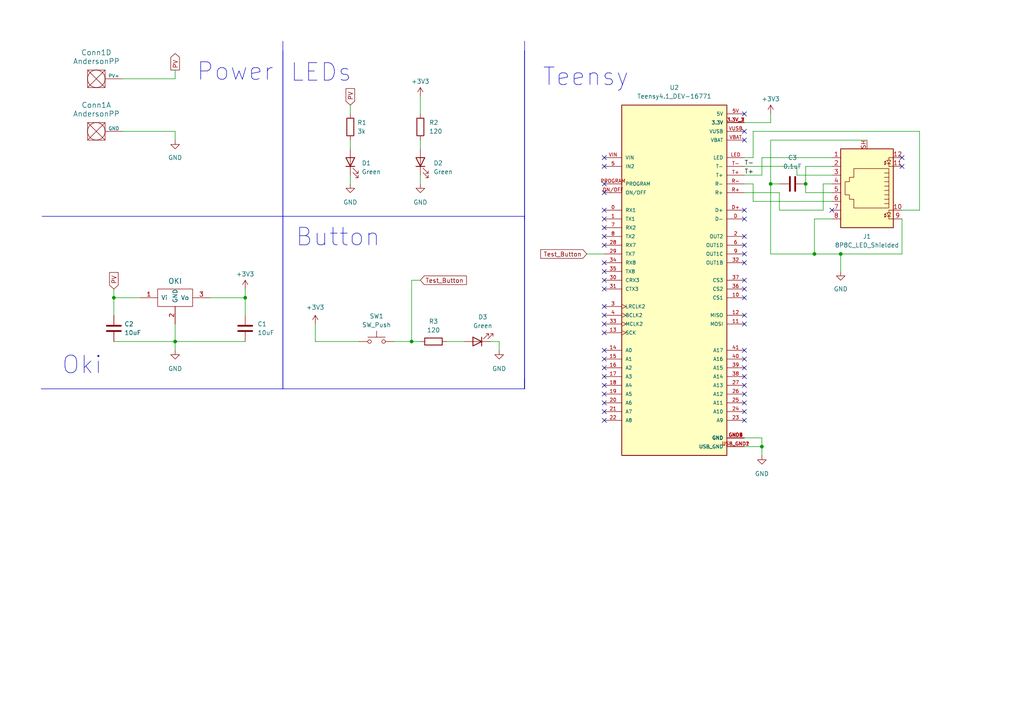
<source format=kicad_sch>
(kicad_sch (version 20230121) (generator eeschema)
  (paper "A4")
  (lib_symbols
    (symbol "Connector:8P8C_LED_Shielded" (pin_names (offset 1.016))
      (property "Reference" "J" (at -5.08 13.97 0))
      (property "Value" "8P8C_LED_Shielded" (at 1.27 13.97 0))
      (symbol "8P8C_LED_Shielded_0_1"
        (polyline (pts (xy -7.62 -7.62) (xy -6.35 -7.62)))
        (polyline (pts (xy -7.62 -5.08) (xy -6.35 -5.08)))
        (polyline (pts (xy -7.62 7.62) (xy -6.35 7.62)))
        (polyline (pts (xy -7.62 10.16) (xy -6.35 10.16)))
        (polyline (pts (xy -6.858 -5.842) (xy -5.842 -5.842)))
        (polyline (pts (xy -6.858 9.398) (xy -5.842 9.398)))
        (polyline (pts (xy -6.35 -7.62) (xy -6.35 -6.858)))
        (polyline (pts (xy -6.35 -5.08) (xy -6.35 -5.842)))
        (polyline (pts (xy -6.35 7.62) (xy -6.35 8.382)))
        (polyline (pts (xy -6.35 10.16) (xy -6.35 9.398)))
        (polyline (pts (xy -5.08 -6.223) (xy -5.207 -6.604)))
        (polyline (pts (xy -5.08 -5.588) (xy -5.207 -5.969)))
        (polyline (pts (xy -5.08 4.445) (xy -6.35 4.445)))
        (polyline (pts (xy -5.08 5.715) (xy -6.35 5.715)))
        (polyline (pts (xy -5.08 9.017) (xy -5.207 8.636)))
        (polyline (pts (xy -5.08 9.652) (xy -5.207 9.271)))
        (polyline (pts (xy -6.35 -3.175) (xy -5.08 -3.175) (xy -5.08 -3.175)))
        (polyline (pts (xy -6.35 -1.905) (xy -5.08 -1.905) (xy -5.08 -1.905)))
        (polyline (pts (xy -6.35 -0.635) (xy -5.08 -0.635) (xy -5.08 -0.635)))
        (polyline (pts (xy -6.35 0.635) (xy -5.08 0.635) (xy -5.08 0.635)))
        (polyline (pts (xy -6.35 1.905) (xy -5.08 1.905) (xy -5.08 1.905)))
        (polyline (pts (xy -5.588 -6.731) (xy -5.08 -6.223) (xy -5.461 -6.35)))
        (polyline (pts (xy -5.588 -6.096) (xy -5.08 -5.588) (xy -5.461 -5.715)))
        (polyline (pts (xy -5.588 8.509) (xy -5.08 9.017) (xy -5.461 8.89)))
        (polyline (pts (xy -5.588 9.144) (xy -5.08 9.652) (xy -5.461 9.525)))
        (polyline (pts (xy -5.08 3.175) (xy -6.35 3.175) (xy -6.35 3.175)))
        (polyline (pts (xy -6.35 -5.842) (xy -6.858 -6.858) (xy -5.842 -6.858) (xy -6.35 -5.842)))
        (polyline (pts (xy -6.35 9.398) (xy -6.858 8.382) (xy -5.842 8.382) (xy -6.35 9.398)))
        (polyline (pts (xy -6.35 -4.445) (xy -6.35 6.985) (xy 3.81 6.985) (xy 3.81 4.445) (xy 5.08 4.445) (xy 5.08 3.175) (xy 6.35 3.175) (xy 6.35 -0.635) (xy 5.08 -0.635) (xy 5.08 -1.905) (xy 3.81 -1.905) (xy 3.81 -4.445) (xy -6.35 -4.445) (xy -6.35 -4.445)))
        (rectangle (start 7.62 12.7) (end -7.62 -10.16) (stroke (width 0.254)) (fill (type background)))
      )
      (symbol "8P8C_LED_Shielded_1_1"
        (pin passive line (at 10.16 -7.62 180) (length 2.54) (name "~") (number "1"))
        (pin passive line (at -10.16 7.62 0) (length 2.54) (name "~") (number "10"))
        (pin passive line (at -10.16 -5.08 0) (length 2.54) (name "~") (number "11"))
        (pin passive line (at -10.16 -7.62 0) (length 2.54) (name "~") (number "12"))
        (pin passive line (at 10.16 -5.08 180) (length 2.54) (name "~") (number "2"))
        (pin passive line (at 10.16 -2.54 180) (length 2.54) (name "~") (number "3"))
        (pin passive line (at 10.16 0 180) (length 2.54) (name "~") (number "4"))
        (pin passive line (at 10.16 2.54 180) (length 2.54) (name "~") (number "5"))
        (pin passive line (at 10.16 5.08 180) (length 2.54) (name "~") (number "6"))
        (pin passive line (at 10.16 7.62 180) (length 2.54) (name "~") (number "7"))
        (pin passive line (at 10.16 10.16 180) (length 2.54) (name "~") (number "8"))
        (pin passive line (at -10.16 10.16 0) (length 2.54) (name "~") (number "9"))
        (pin passive line (at 0 -12.7 90) (length 2.54) (name "~") (number "SH"))
      )
    )
    (symbol "Device:C" (pin_numbers hide) (pin_names (offset 0.254))
      (property "Reference" "C" (at 0.635 2.54 0))
      (property "Value" "C" (at 0.635 -2.54 0))
      (symbol "C_0_1"
        (polyline (pts (xy -2.032 -0.762) (xy 2.032 -0.762)) (stroke (width 0.508)))
        (polyline (pts (xy -2.032 0.762) (xy 2.032 0.762)) (stroke (width 0.508)))
      )
      (symbol "C_1_1"
        (pin passive line (at 0 3.81 270) (length 2.794) (name "~") (number "1"))
        (pin passive line (at 0 -3.81 90) (length 2.794) (name "~") (number "2"))
      )
    )
    (symbol "Device:LED" (pin_numbers hide) (pin_names (offset 1.016) hide)
      (property "Reference" "D" (at 0 2.54 0))
      (property "Value" "LED" (at 0 -2.54 0))
      (symbol "LED_0_1"
        (polyline (pts (xy -1.27 -1.27) (xy -1.27 1.27)) (stroke (width 0.254)))
        (polyline (pts (xy -1.27 0) (xy 1.27 0)))
        (polyline (pts (xy 1.27 -1.27) (xy 1.27 1.27) (xy -1.27 0) (xy 1.27 -1.27)) (stroke (width 0.254)))
        (polyline (pts (xy -3.048 -0.762) (xy -4.572 -2.286) (xy -3.81 -2.286) (xy -4.572 -2.286) (xy -4.572 -1.524)))
        (polyline (pts (xy -1.778 -0.762) (xy -3.302 -2.286) (xy -2.54 -2.286) (xy -3.302 -2.286) (xy -3.302 -1.524)))
      )
      (symbol "LED_1_1"
        (pin passive line (at -3.81 0 0) (length 2.54) (name "K") (number "1"))
        (pin passive line (at 3.81 0 180) (length 2.54) (name "A") (number "2"))
      )
    )
    (symbol "Device:R" (pin_numbers hide) (pin_names (offset 0))
      (property "Reference" "R" (at 2.032 0 90))
      (property "Value" "R" (at 0 0 90))
      (symbol "R_0_1"
        (rectangle (start -1.016 -2.54) (end 1.016 2.54) (stroke (width 0.254)))
      )
      (symbol "R_1_1"
        (pin passive line (at 0 3.81 270) (length 1.27) (name "~") (number "1"))
        (pin passive line (at 0 -3.81 90) (length 1.27) (name "~") (number "2"))
      )
    )
    (symbol "MRDT_Connectors:AndersonPP" (pin_numbers hide) (pin_names (offset 0))
      (property "Reference" "Conn" (at 3.81 -1.27 0))
      (property "Value" "AndersonPP" (at 2.54 6.35 0))
      (symbol "AndersonPP_0_1"
        (polyline (pts (xy 0 5.08) (xy 5.08 0)))
        (polyline (pts (xy 5.08 5.08) (xy 0 0)))
        (rectangle (start 0 0) (end 5.08 5.08))
        (circle (center 2.54 2.54) (radius 2.54))
      )
      (symbol "AndersonPP_1_1"
        (pin input line (at 10.16 2.54 180) (length 5.08) (name "GND") (number "1"))
      )
      (symbol "AndersonPP_2_1"
        (pin input line (at 10.16 2.54 180) (length 5.08) (name "V+Log") (number "2"))
      )
      (symbol "AndersonPP_3_1"
        (pin input line (at 10.16 2.54 180) (length 5.08) (name "V+Act") (number "3"))
      )
      (symbol "AndersonPP_4_1"
        (pin input line (at 10.16 2.54 180) (length 5.08) (name "PV+") (number "4"))
      )
      (symbol "AndersonPP_5_1"
        (pin input line (at 10.16 2.54 180) (length 5.08) (name "~") (number "1"))
      )
    )
    (symbol "MRDT_Devices:OKI" (pin_names (offset 1.016))
      (property "Value" "OKI" (at 5.08 6.35 0))
      (symbol "OKI_0_1"
        (rectangle (start 0 0) (end 10.16 5.08))
      )
      (symbol "OKI_1_1"
        (pin input line (at -5.08 2.54 0) (length 5.08) (name "Vi") (number "1"))
        (pin output line (at 5.08 -5.08 90) (length 5.08) (name "GND") (number "2"))
        (pin output line (at 15.24 2.54 180) (length 5.08) (name "Vo") (number "3"))
      )
    )
    (symbol "MRDT_Shields:Teensy4.1_DEV-16771" (pin_names (offset 1.016))
      (property "Reference" "U" (at -15.24 52.07 0))
      (property "Value" "Teensy4.1_DEV-16771" (at -15.24 -53.34 0))
      (symbol "Teensy4.1_DEV-16771_0_0"
        (rectangle (start -15.24 -50.8) (end 15.24 50.8) (stroke (width 0.254)) (fill (type background)))
        (pin bidirectional line (at -20.32 20.32 0) (length 5.08) (name "RX1") (number "0"))
        (pin bidirectional line (at -20.32 17.78 0) (length 5.08) (name "TX1") (number "1"))
        (pin bidirectional line (at 20.32 -5.08 180) (length 5.08) (name "CS1") (number "10"))
        (pin bidirectional line (at 20.32 -12.7 180) (length 5.08) (name "MOSI") (number "11"))
        (pin bidirectional line (at 20.32 -10.16 180) (length 5.08) (name "MISO") (number "12"))
        (pin bidirectional clock (at -20.32 -15.24 0) (length 5.08) (name "SCK") (number "13"))
        (pin bidirectional line (at -20.32 -20.32 0) (length 5.08) (name "A0") (number "14"))
        (pin bidirectional line (at -20.32 -22.86 0) (length 5.08) (name "A1") (number "15"))
        (pin bidirectional line (at -20.32 -25.4 0) (length 5.08) (name "A2") (number "16"))
        (pin bidirectional line (at -20.32 -27.94 0) (length 5.08) (name "A3") (number "17"))
        (pin bidirectional line (at -20.32 -30.48 0) (length 5.08) (name "A4") (number "18"))
        (pin bidirectional line (at -20.32 -33.02 0) (length 5.08) (name "A5") (number "19"))
        (pin output line (at 20.32 12.7 180) (length 5.08) (name "OUT2") (number "2"))
        (pin bidirectional line (at -20.32 -35.56 0) (length 5.08) (name "A6") (number "20"))
        (pin bidirectional line (at -20.32 -38.1 0) (length 5.08) (name "A7") (number "21"))
        (pin bidirectional line (at -20.32 -40.64 0) (length 5.08) (name "A8") (number "22"))
        (pin bidirectional line (at 20.32 -40.64 180) (length 5.08) (name "A9") (number "23"))
        (pin bidirectional line (at 20.32 -38.1 180) (length 5.08) (name "A10") (number "24"))
        (pin bidirectional line (at 20.32 -35.56 180) (length 5.08) (name "A11") (number "25"))
        (pin bidirectional line (at 20.32 -33.02 180) (length 5.08) (name "A12") (number "26"))
        (pin bidirectional line (at 20.32 -30.48 180) (length 5.08) (name "A13") (number "27"))
        (pin bidirectional line (at -20.32 10.16 0) (length 5.08) (name "RX7") (number "28"))
        (pin bidirectional line (at -20.32 7.62 0) (length 5.08) (name "TX7") (number "29"))
        (pin bidirectional clock (at -20.32 -7.62 0) (length 5.08) (name "LRCLK2") (number "3"))
        (pin power_in line (at 20.32 45.72 180) (length 5.08) (name "3.3V") (number "3.3V_1"))
        (pin power_in line (at 20.32 45.72 180) (length 5.08) (name "3.3V") (number "3.3V_2"))
        (pin power_in line (at 20.32 45.72 180) (length 5.08) (name "3.3V") (number "3.3V_3"))
        (pin bidirectional line (at -20.32 0 0) (length 5.08) (name "CRX3") (number "30"))
        (pin bidirectional line (at -20.32 -2.54 0) (length 5.08) (name "CTX3") (number "31"))
        (pin output line (at 20.32 5.08 180) (length 5.08) (name "OUT1B") (number "32"))
        (pin bidirectional clock (at -20.32 -12.7 0) (length 5.08) (name "MCLK2") (number "33"))
        (pin bidirectional line (at -20.32 5.08 0) (length 5.08) (name "RX8") (number "34"))
        (pin bidirectional line (at -20.32 2.54 0) (length 5.08) (name "TX8") (number "35"))
        (pin bidirectional line (at 20.32 -2.54 180) (length 5.08) (name "CS2") (number "36"))
        (pin bidirectional line (at 20.32 0 180) (length 5.08) (name "CS3") (number "37"))
        (pin bidirectional line (at 20.32 -27.94 180) (length 5.08) (name "A14") (number "38"))
        (pin bidirectional line (at 20.32 -25.4 180) (length 5.08) (name "A15") (number "39"))
        (pin bidirectional clock (at -20.32 -10.16 0) (length 5.08) (name "BCLK2") (number "4"))
        (pin bidirectional line (at 20.32 -22.86 180) (length 5.08) (name "A16") (number "40"))
        (pin bidirectional line (at 20.32 -20.32 180) (length 5.08) (name "A17") (number "41"))
        (pin bidirectional line (at -20.32 33.02 0) (length 5.08) (name "IN2") (number "5"))
        (pin power_in line (at 20.32 48.26 180) (length 5.08) (name "5V") (number "5V"))
        (pin output line (at 20.32 10.16 180) (length 5.08) (name "OUT1D") (number "6"))
        (pin bidirectional line (at -20.32 15.24 0) (length 5.08) (name "RX2") (number "7"))
        (pin bidirectional line (at -20.32 12.7 0) (length 5.08) (name "TX2") (number "8"))
        (pin output line (at 20.32 7.62 180) (length 5.08) (name "OUT1C") (number "9"))
        (pin bidirectional line (at 20.32 17.78 180) (length 5.08) (name "D-") (number "D"))
        (pin bidirectional line (at 20.32 20.32 180) (length 5.08) (name "D+") (number "D+"))
        (pin power_in line (at 20.32 -45.72 180) (length 5.08) (name "GND") (number "GND1"))
        (pin power_in line (at 20.32 -45.72 180) (length 5.08) (name "GND") (number "GND2"))
        (pin power_in line (at 20.32 -45.72 180) (length 5.08) (name "GND") (number "GND3"))
        (pin power_in line (at 20.32 -45.72 180) (length 5.08) (name "GND") (number "GND4"))
        (pin power_in line (at 20.32 -45.72 180) (length 5.08) (name "GND") (number "GND5"))
        (pin bidirectional line (at 20.32 35.56 180) (length 5.08) (name "LED") (number "LED"))
        (pin bidirectional line (at -20.32 25.4 0) (length 5.08) (name "ON/OFF") (number "ON/OFF"))
        (pin bidirectional line (at -20.32 27.94 0) (length 5.08) (name "PROGRAM") (number "PROGRAM"))
        (pin bidirectional line (at 20.32 25.4 180) (length 5.08) (name "R+") (number "R+"))
        (pin bidirectional line (at 20.32 27.94 180) (length 5.08) (name "R-") (number "R-"))
        (pin bidirectional line (at 20.32 30.48 180) (length 5.08) (name "T+") (number "T+"))
        (pin bidirectional line (at 20.32 33.02 180) (length 5.08) (name "T-") (number "T-"))
        (pin power_in line (at 20.32 -48.26 180) (length 5.08) (name "USB_GND") (number "USB_GND1"))
        (pin power_in line (at 20.32 -48.26 180) (length 5.08) (name "USB_GND") (number "USB_GND2"))
        (pin passive line (at 20.32 40.64 180) (length 5.08) (name "VBAT") (number "VBAT"))
        (pin input line (at -20.32 35.56 0) (length 5.08) (name "VIN") (number "VIN"))
        (pin passive line (at 20.32 43.18 180) (length 5.08) (name "VUSB") (number "VUSB"))
      )
    )
    (symbol "Switch:SW_Push" (pin_numbers hide) (pin_names (offset 1.016) hide)
      (property "Reference" "SW" (at 1.27 2.54 0))
      (property "Value" "SW_Push" (at 0 -1.524 0))
      (symbol "SW_Push_0_1"
        (circle (center -2.032 0) (radius 0.508))
        (polyline (pts (xy 0 1.27) (xy 0 3.048)))
        (polyline (pts (xy 2.54 1.27) (xy -2.54 1.27)))
        (circle (center 2.032 0) (radius 0.508))
        (pin passive line (at -5.08 0 0) (length 2.54) (name "1") (number "1"))
        (pin passive line (at 5.08 0 180) (length 2.54) (name "2") (number "2"))
      )
    )
    (symbol "power:+3V3" (power) (pin_names (offset 0))
      (property "Value" "+3V3" (at 0 3.556 0))
      (symbol "+3V3_0_1"
        (polyline (pts (xy -0.762 1.27) (xy 0 2.54)))
        (polyline (pts (xy 0 0) (xy 0 2.54)))
        (polyline (pts (xy 0 2.54) (xy 0.762 1.27)))
      )
      (symbol "+3V3_1_1"
        (pin power_in line (at 0 0 90) (length 0) hide (name "+3V3") (number "1"))
      )
    )
    (symbol "power:GND" (power) (pin_names (offset 0))
      (property "Value" "GND" (at 0 -3.81 0))
      (symbol "GND_0_1"
        (polyline (pts (xy 0 0) (xy 0 -1.27) (xy 1.27 -1.27) (xy 0 -2.54) (xy -1.27 -1.27) (xy 0 -1.27)))
      )
      (symbol "GND_1_1"
        (pin power_in line (at 0 0 270) (length 0) hide (name "GND") (number "1"))
      )
    )
  )
  (junction (at 220.98 129.54))
  (junction (at 119.38 99.06))
  (junction (at 233.68 53.34))
  (junction (at 33.02 86.36))
  (junction (at 50.8 99.06))
  (junction (at 223.52 53.34))
  (junction (at 71.12 86.36))
  (junction (at 243.84 73.66))
  (junction (at 236.22 73.66))
  (no_connect (at 215.9 104.14))
  (no_connect (at 215.9 93.98))
  (no_connect (at 175.26 106.68))
  (no_connect (at 175.26 88.9))
  (no_connect (at 175.26 81.28))
  (no_connect (at 215.9 40.64))
  (no_connect (at 175.26 78.74))
  (no_connect (at 175.26 53.34))
  (no_connect (at 175.26 48.26))
  (no_connect (at 175.26 83.82))
  (no_connect (at 261.62 45.72))
  (no_connect (at 175.26 109.22))
  (no_connect (at 175.26 114.3))
  (no_connect (at 175.26 63.5))
  (no_connect (at 215.9 101.6))
  (no_connect (at 175.26 111.76))
  (no_connect (at 215.9 109.22))
  (no_connect (at 215.9 83.82))
  (no_connect (at 261.62 48.26))
  (no_connect (at 175.26 45.72))
  (no_connect (at 215.9 86.36))
  (no_connect (at 215.9 63.5))
  (no_connect (at 215.9 121.92))
  (no_connect (at 175.26 96.52))
  (no_connect (at 215.9 76.2))
  (no_connect (at 215.9 119.38))
  (no_connect (at 175.26 66.04))
  (no_connect (at 215.9 71.12))
  (no_connect (at 215.9 73.66))
  (no_connect (at 215.9 68.58))
  (no_connect (at 215.9 81.28))
  (no_connect (at 215.9 33.02))
  (no_connect (at 215.9 60.96))
  (no_connect (at 215.9 38.1))
  (no_connect (at 175.26 104.14))
  (no_connect (at 175.26 91.44))
  (no_connect (at 175.26 93.98))
  (no_connect (at 175.26 71.12))
  (no_connect (at 175.26 121.92))
  (no_connect (at 215.9 91.44))
  (no_connect (at 215.9 116.84))
  (no_connect (at 215.9 106.68))
  (no_connect (at 175.26 60.96))
  (no_connect (at 175.26 68.58))
  (no_connect (at 175.26 55.88))
  (no_connect (at 175.26 116.84))
  (no_connect (at 215.9 114.3))
  (no_connect (at 215.9 111.76))
  (no_connect (at 175.26 101.6))
  (no_connect (at 241.3 60.96))
  (no_connect (at 175.26 119.38))
  (no_connect (at 175.26 76.2))
  (wire (pts (xy 35.56 22.86) (xy 50.8 22.86)))
  (wire (pts (xy 215.9 55.88) (xy 226.06 55.88)))
  (wire (pts (xy 33.02 83.82) (xy 33.02 86.36)))
  (wire (pts (xy 121.92 50.8) (xy 121.92 53.34)))
  (polyline (pts (xy 82.042 112.776) (xy 82.042 14.732)))
  (wire (pts (xy 119.38 81.28) (xy 119.38 99.06)))
  (wire (pts (xy 223.52 33.02) (xy 223.52 35.56)))
  (polyline (pts (xy 152.146 112.776) (xy 152.146 109.982)))
  (wire (pts (xy 91.44 99.06) (xy 104.14 99.06)))
  (polyline (pts (xy 11.938 112.776) (xy 82.042 112.776)))
  (wire (pts (xy 218.44 38.1) (xy 218.44 45.72)))
  (wire (pts (xy 71.12 86.36) (xy 71.12 91.44)))
  (wire (pts (xy 215.9 48.26) (xy 231.14 48.26)))
  (wire (pts (xy 233.68 48.26) (xy 233.68 53.34)))
  (wire (pts (xy 91.44 93.98) (xy 91.44 99.06)))
  (polyline (pts (xy 152.146 14.732) (xy 152.146 112.776)))
  (wire (pts (xy 215.9 129.54) (xy 220.98 129.54)))
  (wire (pts (xy 220.98 127) (xy 220.98 129.54)))
  (wire (pts (xy 60.96 86.36) (xy 71.12 86.36)))
  (wire (pts (xy 223.52 73.66) (xy 236.22 73.66)))
  (polyline (pts (xy 152.146 11.938) (xy 152.146 14.732)))
  (wire (pts (xy 114.3 99.06) (xy 119.38 99.06)))
  (wire (pts (xy 35.56 38.1) (xy 50.8 38.1)))
  (wire (pts (xy 241.3 45.72) (xy 220.98 45.72)))
  (wire (pts (xy 50.8 99.06) (xy 50.8 101.6)))
  (wire (pts (xy 215.9 35.56) (xy 223.52 35.56)))
  (wire (pts (xy 170.18 73.66) (xy 175.26 73.66)))
  (wire (pts (xy 101.6 50.8) (xy 101.6 53.34)))
  (polyline (pts (xy 82.042 14.732) (xy 82.042 112.776)))
  (wire (pts (xy 40.64 86.36) (xy 33.02 86.36)))
  (wire (pts (xy 241.3 48.26) (xy 233.68 48.26)))
  (wire (pts (xy 231.14 48.26) (xy 231.14 50.8)))
  (wire (pts (xy 71.12 99.06) (xy 50.8 99.06)))
  (wire (pts (xy 121.92 40.64) (xy 121.92 43.18)))
  (wire (pts (xy 218.44 53.34) (xy 215.9 53.34)))
  (polyline (pts (xy 152.146 112.776) (xy 152.146 14.732)))
  (wire (pts (xy 33.02 99.06) (xy 50.8 99.06)))
  (wire (pts (xy 129.54 99.06) (xy 134.62 99.06)))
  (wire (pts (xy 50.8 93.98) (xy 50.8 99.06)))
  (wire (pts (xy 226.06 60.96) (xy 238.76 60.96)))
  (wire (pts (xy 50.8 38.1) (xy 50.8 40.64)))
  (polyline (pts (xy 82.042 11.938) (xy 82.042 14.732)))
  (wire (pts (xy 121.92 27.94) (xy 121.92 33.02)))
  (wire (pts (xy 144.78 101.6) (xy 144.78 99.06)))
  (wire (pts (xy 101.6 40.64) (xy 101.6 43.18)))
  (wire (pts (xy 121.92 81.28) (xy 119.38 81.28)))
  (wire (pts (xy 50.8 22.86) (xy 50.8 20.32)))
  (wire (pts (xy 251.46 40.64) (xy 223.52 40.64)))
  (wire (pts (xy 218.44 58.42) (xy 241.3 58.42)))
  (wire (pts (xy 231.14 50.8) (xy 241.3 50.8)))
  (wire (pts (xy 101.6 30.48) (xy 101.6 33.02)))
  (wire (pts (xy 220.98 129.54) (xy 220.98 132.08)))
  (wire (pts (xy 243.84 73.66) (xy 261.62 73.66)))
  (wire (pts (xy 243.84 78.74) (xy 243.84 73.66)))
  (wire (pts (xy 238.76 60.96) (xy 238.76 53.34)))
  (wire (pts (xy 226.06 55.88) (xy 226.06 60.96)))
  (wire (pts (xy 261.62 73.66) (xy 261.62 63.5)))
  (wire (pts (xy 223.52 53.34) (xy 226.06 53.34)))
  (wire (pts (xy 220.98 45.72) (xy 220.98 50.8)))
  (wire (pts (xy 215.9 127) (xy 220.98 127)))
  (wire (pts (xy 266.7 38.1) (xy 218.44 38.1)))
  (wire (pts (xy 223.52 53.34) (xy 223.52 73.66)))
  (wire (pts (xy 218.44 58.42) (xy 218.44 53.34)))
  (wire (pts (xy 33.02 86.36) (xy 33.02 91.44)))
  (wire (pts (xy 241.3 63.5) (xy 236.22 63.5)))
  (polyline (pts (xy 82.042 112.776) (xy 152.146 112.776)))
  (polyline (pts (xy 12.192 62.738) (xy 152.146 62.738)))
  (wire (pts (xy 223.52 40.64) (xy 223.52 53.34)))
  (wire (pts (xy 215.9 50.8) (xy 220.98 50.8)))
  (wire (pts (xy 233.68 55.88) (xy 233.68 53.34)))
  (wire (pts (xy 261.62 60.96) (xy 266.7 60.96)))
  (wire (pts (xy 238.76 53.34) (xy 241.3 53.34)))
  (polyline (pts (xy 152.146 62.738) (xy 152.146 63.754)))
  (wire (pts (xy 266.7 60.96) (xy 266.7 38.1)))
  (wire (pts (xy 236.22 73.66) (xy 243.84 73.66)))
  (wire (pts (xy 236.22 63.5) (xy 236.22 73.66)))
  (wire (pts (xy 119.38 99.06) (xy 121.92 99.06)))
  (wire (pts (xy 71.12 83.82) (xy 71.12 86.36)))
  (wire (pts (xy 241.3 55.88) (xy 233.68 55.88)))
  (wire (pts (xy 218.44 45.72) (xy 215.9 45.72)))
  (wire (pts (xy 142.24 99.06) (xy 144.78 99.06)))
  (text "Power" (at 56.896 23.876 0) (effects (font (size 5.08 5.08)) (justify left bottom)))
  (text "Button" (at 85.598 71.882 0) (effects (font (size 5.08 5.08)) (justify left bottom)))
  (text "Oki\n" (at 17.78 108.966 0) (effects (font (size 5.08 5.08)) (justify left bottom)))
  (text "Teensy" (at 157.226 25.4 0) (effects (font (size 5.08 5.08)) (justify left bottom)))
  (text "LEDs" (at 84.074 24.13 0) (effects (font (size 5.08 5.08)) (justify left bottom)))
  (label "T-" (at 215.9 48.26 0))
  (label "T+" (at 215.9 50.8 0))
  (global_label "PV" (shape input) (at 101.6 30.48 90) (property "Intersheetrefs" "${INTERSHEET_REFS}" (effects hide)))
  (global_label "Test_Button" (shape input) (at 170.18 73.66 180) (property "Intersheetrefs" "${INTERSHEET_REFS}" (effects hide)))
  (global_label "PV" (shape input) (at 33.02 83.82 90) (property "Intersheetrefs" "${INTERSHEET_REFS}" (effects hide)))
  (global_label "Test_Button" (shape input) (at 121.92 81.28 0) (property "Intersheetrefs" "${INTERSHEET_REFS}" (effects hide)))
  (global_label "PV" (shape output) (at 50.8 20.32 90) (property "Intersheetrefs" "${INTERSHEET_REFS}" (effects hide)))
  (symbol (lib_id "Device:LED") (at 138.43 99.06 180) (unit 1)
    (property "Reference" "D3" (at 140.0175 91.948 0))
    (property "Value" "Green" (at 140.0175 94.488 0))
    (property "Footprint" "LED_SMD:LED_0603_1608Metric_Pad1.05x0.95mm_HandSolder" (effects hide))
  )
  (symbol (lib_id "power:GND") (at 50.8 101.6 0) (unit 1)
    (property "Reference" "#PWR03" (effects hide))
    (property "Value" "GND" (at 50.8 106.934 0))
  )
  (symbol (lib_id "Device:LED") (at 101.6 46.99 90) (unit 1)
    (property "Reference" "D1" (at 104.902 47.3075 90) (effects (justify right)))
    (property "Value" "Green" (at 104.902 49.8475 90) (effects (justify right)))
    (property "Footprint" "LED_SMD:LED_0603_1608Metric_Pad1.05x0.95mm_HandSolder" (effects hide))
  )
  (symbol (lib_id "Device:C") (at 71.12 95.25 0) (unit 1)
    (property "Reference" "C1" (at 74.676 93.98 0) (effects (justify left)))
    (property "Value" "10uF" (at 74.676 96.52 0) (effects (justify left)))
    (property "Footprint" "Capacitor_SMD:C_0603_1608Metric_Pad1.08x0.95mm_HandSolder" (effects hide))
  )
  (symbol (lib_id "power:GND") (at 220.98 132.08 0) (unit 1)
    (property "Reference" "#PWR08" (effects hide))
    (property "Value" "GND" (at 220.98 137.414 0))
  )
  (symbol (lib_id "power:+3V3") (at 223.52 33.02 0) (unit 1)
    (property "Reference" "#PWR07" (effects hide))
    (property "Value" "+3V3" (at 223.52 28.702 0))
  )
  (symbol (lib_id "Device:R") (at 101.6 36.83 0) (unit 1)
    (property "Reference" "R1" (at 103.632 35.56 0) (effects (justify left)))
    (property "Value" "3k" (at 103.632 38.1 0) (effects (justify left)))
    (property "Footprint" "Resistor_SMD:R_0603_1608Metric_Pad0.98x0.95mm_HandSolder" (effects hide))
  )
  (symbol (lib_id "Device:LED") (at 121.92 46.99 90) (unit 1)
    (property "Reference" "D2" (at 125.73 47.3075 90) (effects (justify right)))
    (property "Value" "Green" (at 125.73 49.8475 90) (effects (justify right)))
    (property "Footprint" "LED_SMD:LED_0603_1608Metric_Pad1.05x0.95mm_HandSolder" (effects hide))
  )
  (symbol (lib_id "MRDT_Shields:Teensy4.1_DEV-16771") (at 195.58 81.28 0) (unit 1)
    (property "Reference" "U2" (at 195.58 25.4 0))
    (property "Value" "Teensy4.1_DEV-16771" (at 195.58 27.94 0))
    (property "Footprint" "MRDT_Shields:Teensy_4_1_Ethernet" (effects hide))
    (property "STANDARD" "Manufacturer recommendations" (effects hide))
    (property "MAXIMUM_PACKAGE_HEIGHT" "4.07mm" (effects hide))
    (property "MANUFACTURER" "SparkFun Electronics" (effects hide))
    (property "PARTREV" "4.1" (effects hide))
  )
  (symbol (lib_id "MRDT_Connectors:AndersonPP") (at 25.4 40.64 0) (unit 1)
    (property "Reference" "Conn1" (at 27.94 30.48 0) (effects (font (size 1.524 1.524))))
    (property "Value" "AndersonPP" (at 27.94 33.02 0) (effects (font (size 1.524 1.524))))
    (property "Footprint" "MRDT_Connectors:Square_Anderson_2_H_Side_By_Side_PV" (effects hide))
  )
  (symbol (lib_id "Switch:SW_Push") (at 109.22 99.06 0) (unit 1)
    (property "Reference" "SW1" (at 109.22 91.694 0))
    (property "Value" "SW_Push" (at 109.22 94.234 0))
    (property "Footprint" "Button_Switch_SMD:SW_SPST_TL3305A" (effects hide))
  )
  (symbol (lib_id "Device:C") (at 229.87 53.34 90) (unit 1)
    (property "Reference" "C3" (at 229.87 45.72 90))
    (property "Value" "0.1uF" (at 229.87 48.26 90))
    (property "Footprint" "Capacitor_SMD:C_0603_1608Metric_Pad1.08x0.95mm_HandSolder" (effects hide))
  )
  (symbol (lib_id "power:GND") (at 243.84 78.74 0) (unit 1)
    (property "Reference" "#PWR09" (effects hide))
    (property "Value" "GND" (at 243.84 83.82 0))
  )
  (symbol (lib_id "Device:C") (at 33.02 95.25 0) (unit 1)
    (property "Reference" "C2" (at 36.068 93.98 0) (effects (justify left)))
    (property "Value" "10uF" (at 36.068 96.52 0) (effects (justify left)))
    (property "Footprint" "Capacitor_SMD:C_0603_1608Metric_Pad1.08x0.95mm_HandSolder" (effects hide))
  )
  (symbol (lib_id "power:GND") (at 101.6 53.34 0) (unit 1)
    (property "Reference" "#PWR04" (effects hide))
    (property "Value" "GND" (at 101.6 58.674 0))
  )
  (symbol (lib_id "power:+3V3") (at 91.44 93.98 0) (unit 1)
    (property "Reference" "#PWR010" (effects hide))
    (property "Value" "+3V3" (at 91.44 89.154 0))
  )
  (symbol (lib_id "power:+3V3") (at 121.92 27.94 0) (unit 1)
    (property "Reference" "#PWR06" (effects hide))
    (property "Value" "+3V3" (at 121.92 23.622 0))
  )
  (symbol (lib_id "MRDT_Connectors:AndersonPP") (at 25.4 25.4 0) (unit 4)
    (property "Reference" "Conn1" (at 27.94 15.24 0) (effects (font (size 1.524 1.524))))
    (property "Value" "AndersonPP" (at 27.94 17.78 0) (effects (font (size 1.524 1.524))))
    (property "Footprint" "MRDT_Connectors:Square_Anderson_2_H_Side_By_Side_PV" (effects hide))
  )
  (symbol (lib_id "power:GND") (at 50.8 40.64 0) (unit 1)
    (property "Reference" "#PWR01" (effects hide))
    (property "Value" "GND" (at 50.8 45.72 0))
  )
  (symbol (lib_id "Device:R") (at 121.92 36.83 0) (unit 1)
    (property "Reference" "R2" (at 124.46 35.56 0) (effects (justify left)))
    (property "Value" "120" (at 124.46 38.1 0) (effects (justify left)))
    (property "Footprint" "Resistor_SMD:R_0603_1608Metric_Pad0.98x0.95mm_HandSolder" (effects hide))
  )
  (symbol (lib_id "power:GND") (at 121.92 53.34 0) (unit 1)
    (property "Reference" "#PWR05" (effects hide))
    (property "Value" "GND" (at 121.92 58.674 0))
  )
  (symbol (lib_id "MRDT_Devices:OKI") (at 45.72 88.9 0) (unit 1)
    (property "Reference" "U1" (effects hide))
    (property "Value" "OKI" (at 50.8 81.534 0) (effects (font (size 1.524 1.524))))
    (property "Footprint" "MRDT_Devices:OKI_Horizontal" (effects hide))
  )
  (symbol (lib_id "power:GND") (at 144.78 101.6 0) (unit 1)
    (property "Reference" "#PWR011" (effects hide))
    (property "Value" "GND" (at 144.78 106.934 0))
  )
  (symbol (lib_id "power:+3V3") (at 71.12 83.82 0) (unit 1)
    (property "Reference" "#PWR02" (effects hide))
    (property "Value" "+3V3" (at 71.12 79.502 0))
  )
  (symbol (lib_id "Device:R") (at 125.73 99.06 90) (unit 1)
    (property "Reference" "R3" (at 125.73 93.218 90))
    (property "Value" "120" (at 125.73 95.758 90))
    (property "Footprint" "Resistor_SMD:R_0603_1608Metric_Pad0.98x0.95mm_HandSolder" (effects hide))
  )
  (symbol (lib_id "Connector:8P8C_LED_Shielded") (at 251.46 53.34 180) (unit 1)
    (property "Reference" "J1" (at 251.46 68.58 0))
    (property "Value" "8P8C_LED_Shielded" (at 251.46 71.12 0))
    (property "Footprint" "MRDT_Connectors:RJ45_Teensy" (effects hide))
  )
)
</source>
